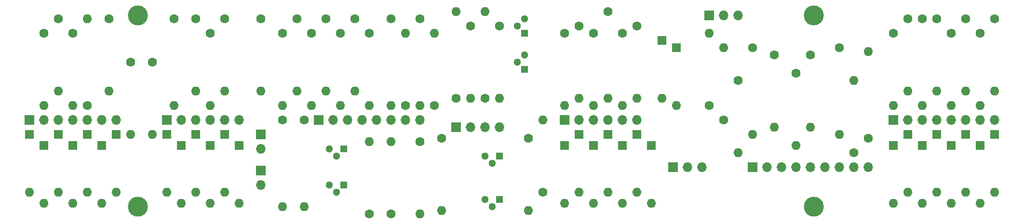
<source format=gbr>
%TF.GenerationSoftware,KiCad,Pcbnew,(5.1.8)-1*%
%TF.CreationDate,2020-12-25T14:24:53+01:00*%
%TF.ProjectId,5S14,35533134-2e6b-4696-9361-645f70636258,rev?*%
%TF.SameCoordinates,Original*%
%TF.FileFunction,Soldermask,Bot*%
%TF.FilePolarity,Negative*%
%FSLAX46Y46*%
G04 Gerber Fmt 4.6, Leading zero omitted, Abs format (unit mm)*
G04 Created by KiCad (PCBNEW (5.1.8)-1) date 2020-12-25 14:24:53*
%MOMM*%
%LPD*%
G01*
G04 APERTURE LIST*
%ADD10O,1.600000X1.600000*%
%ADD11C,1.600000*%
%ADD12R,1.300000X1.300000*%
%ADD13C,1.300000*%
%ADD14C,3.500000*%
%ADD15R,1.600000X1.600000*%
%ADD16O,1.700000X1.700000*%
%ADD17R,1.700000X1.700000*%
G04 APERTURE END LIST*
D10*
%TO.C,R859*%
X140970000Y-66675000D03*
D11*
X140970000Y-81915000D03*
%TD*%
D10*
%TO.C,R882*%
X200660000Y-90170000D03*
D11*
X200660000Y-77470000D03*
%TD*%
D10*
%TO.C,R822*%
X91440000Y-83185000D03*
D11*
X91440000Y-67945000D03*
%TD*%
D12*
%TO.C,Q6*%
X148590000Y-92075000D03*
D13*
X146050000Y-92075000D03*
X147320000Y-93345000D03*
%TD*%
D12*
%TO.C,Q5*%
X148590000Y-99695000D03*
D13*
X146050000Y-99695000D03*
X147320000Y-100965000D03*
%TD*%
D12*
%TO.C,Q4*%
X153035000Y-76835000D03*
D13*
X153035000Y-74295000D03*
X151765000Y-75565000D03*
%TD*%
D12*
%TO.C,Q3*%
X153035000Y-70485000D03*
D13*
X153035000Y-67945000D03*
X151765000Y-69215000D03*
%TD*%
D12*
%TO.C,Q2*%
X121285000Y-97155000D03*
D13*
X118745000Y-97155000D03*
X120015000Y-98425000D03*
%TD*%
D12*
%TO.C,Q1*%
X121285000Y-90805000D03*
D13*
X118745000Y-90805000D03*
X120015000Y-92075000D03*
%TD*%
D14*
%TO.C,H4*%
X85090000Y-67310000D03*
%TD*%
%TO.C,H3*%
X203835000Y-67310000D03*
%TD*%
%TO.C,H2*%
X203835000Y-100965000D03*
%TD*%
%TO.C,H1*%
X85090000Y-100965000D03*
%TD*%
D10*
%TO.C,R898*%
X235585000Y-80645000D03*
D11*
X235585000Y-67945000D03*
%TD*%
D10*
%TO.C,R897*%
X233045000Y-83185000D03*
D11*
X233045000Y-70485000D03*
%TD*%
D10*
%TO.C,R896*%
X230505000Y-80645000D03*
D11*
X230505000Y-67945000D03*
%TD*%
D10*
%TO.C,R895*%
X227965000Y-83185000D03*
D11*
X227965000Y-70485000D03*
%TD*%
D10*
%TO.C,R894*%
X225425000Y-80645000D03*
D11*
X225425000Y-67945000D03*
%TD*%
D10*
%TO.C,R893*%
X222885000Y-83185000D03*
D11*
X222885000Y-67945000D03*
%TD*%
D10*
%TO.C,R892*%
X220345000Y-80645000D03*
D11*
X220345000Y-67945000D03*
%TD*%
D10*
%TO.C,R891*%
X217805000Y-83185000D03*
D11*
X217805000Y-70485000D03*
%TD*%
D10*
%TO.C,R886*%
X213360000Y-73660000D03*
D11*
X213360000Y-88900000D03*
%TD*%
D10*
%TO.C,R885*%
X210820000Y-78740000D03*
D11*
X210820000Y-91440000D03*
%TD*%
D10*
%TO.C,R884*%
X208280000Y-88265000D03*
D11*
X208280000Y-73025000D03*
%TD*%
D10*
%TO.C,R883*%
X203200000Y-86995000D03*
D11*
X203200000Y-74295000D03*
%TD*%
D10*
%TO.C,R881*%
X196850000Y-86995000D03*
D11*
X196850000Y-74295000D03*
%TD*%
D10*
%TO.C,R880*%
X193040000Y-88265000D03*
D11*
X193040000Y-73025000D03*
%TD*%
D10*
%TO.C,R879*%
X187960000Y-73025000D03*
D11*
X187960000Y-85725000D03*
%TD*%
D10*
%TO.C,R878*%
X185420000Y-70485000D03*
D11*
X185420000Y-83185000D03*
%TD*%
D10*
%TO.C,R877*%
X190500000Y-91440000D03*
D11*
X190500000Y-78740000D03*
%TD*%
D10*
%TO.C,R876*%
X172720000Y-81915000D03*
D11*
X172720000Y-69215000D03*
%TD*%
D10*
%TO.C,R875*%
X170180000Y-83185000D03*
D11*
X170180000Y-70485000D03*
%TD*%
D10*
%TO.C,R874*%
X167640000Y-81915000D03*
D11*
X167640000Y-66675000D03*
%TD*%
D10*
%TO.C,R873*%
X165100000Y-83185000D03*
D11*
X165100000Y-70485000D03*
%TD*%
D10*
%TO.C,R872*%
X162560000Y-81915000D03*
D11*
X162560000Y-69215000D03*
%TD*%
D10*
%TO.C,R871*%
X160020000Y-83185000D03*
D11*
X160020000Y-70485000D03*
%TD*%
D10*
%TO.C,R864*%
X156210000Y-85725000D03*
D11*
X156210000Y-98425000D03*
%TD*%
D10*
%TO.C,R863*%
X153670000Y-101600000D03*
D11*
X153670000Y-88900000D03*
%TD*%
D10*
%TO.C,R862*%
X148590000Y-81915000D03*
D11*
X148590000Y-69215000D03*
%TD*%
D10*
%TO.C,R861*%
X146050000Y-66675000D03*
D11*
X146050000Y-81915000D03*
%TD*%
D10*
%TO.C,R860*%
X143510000Y-81915000D03*
D11*
X143510000Y-69215000D03*
%TD*%
D10*
%TO.C,R858*%
X137160000Y-70485000D03*
D11*
X137160000Y-83185000D03*
%TD*%
D10*
%TO.C,R857*%
X138430000Y-101600000D03*
D11*
X138430000Y-88900000D03*
%TD*%
D10*
%TO.C,R856*%
X134620000Y-83185000D03*
D11*
X134620000Y-67945000D03*
%TD*%
D10*
%TO.C,R855*%
X134620000Y-102235000D03*
D11*
X134620000Y-89535000D03*
%TD*%
D10*
%TO.C,R854*%
X132080000Y-70485000D03*
D11*
X132080000Y-83185000D03*
%TD*%
D10*
%TO.C,R853*%
X129540000Y-83185000D03*
D11*
X129540000Y-67945000D03*
%TD*%
D10*
%TO.C,R852*%
X129540000Y-89535000D03*
D11*
X129540000Y-102235000D03*
%TD*%
D10*
%TO.C,R851*%
X125730000Y-83185000D03*
D11*
X125730000Y-70485000D03*
%TD*%
D10*
%TO.C,R850*%
X125730000Y-89535000D03*
D11*
X125730000Y-102235000D03*
%TD*%
D10*
%TO.C,R849*%
X123190000Y-80645000D03*
D11*
X123190000Y-67945000D03*
%TD*%
D10*
%TO.C,R848*%
X120650000Y-83185000D03*
D11*
X120650000Y-70485000D03*
%TD*%
D10*
%TO.C,R847*%
X118110000Y-80645000D03*
D11*
X118110000Y-67945000D03*
%TD*%
D10*
%TO.C,R846*%
X115570000Y-83185000D03*
D11*
X115570000Y-70485000D03*
%TD*%
D10*
%TO.C,R845*%
X113030000Y-80645000D03*
D11*
X113030000Y-67945000D03*
%TD*%
D10*
%TO.C,R844*%
X110490000Y-83185000D03*
D11*
X110490000Y-70485000D03*
%TD*%
D10*
%TO.C,R843*%
X106680000Y-80645000D03*
D11*
X106680000Y-67945000D03*
%TD*%
D10*
%TO.C,R842*%
X114300000Y-100965000D03*
D11*
X114300000Y-85725000D03*
%TD*%
D10*
%TO.C,R841*%
X110490000Y-100965000D03*
D11*
X110490000Y-85725000D03*
%TD*%
D10*
%TO.C,R825*%
X100330000Y-80645000D03*
D11*
X100330000Y-67945000D03*
%TD*%
D10*
%TO.C,R824*%
X97790000Y-83185000D03*
D11*
X97790000Y-70485000D03*
%TD*%
D10*
%TO.C,R823*%
X95250000Y-80645000D03*
D11*
X95250000Y-67945000D03*
%TD*%
D10*
%TO.C,R821*%
X87630000Y-88265000D03*
D11*
X87630000Y-75565000D03*
%TD*%
D10*
%TO.C,R817*%
X83820000Y-88265000D03*
D11*
X83820000Y-75565000D03*
%TD*%
D10*
%TO.C,R816*%
X80010000Y-80645000D03*
D11*
X80010000Y-67945000D03*
%TD*%
D10*
%TO.C,R815*%
X76200000Y-67945000D03*
D11*
X76200000Y-83185000D03*
%TD*%
D10*
%TO.C,R814*%
X73660000Y-83185000D03*
D11*
X73660000Y-70485000D03*
%TD*%
D10*
%TO.C,R813*%
X71120000Y-80645000D03*
D11*
X71120000Y-67945000D03*
%TD*%
D10*
%TO.C,R812*%
X68580000Y-83185000D03*
D11*
X68580000Y-70485000D03*
%TD*%
D10*
%TO.C,D898*%
X235585000Y-98425000D03*
D15*
X235585000Y-88265000D03*
%TD*%
D10*
%TO.C,D897*%
X233045000Y-100330000D03*
D15*
X233045000Y-90170000D03*
%TD*%
D10*
%TO.C,D896*%
X230505000Y-98425000D03*
D15*
X230505000Y-88265000D03*
%TD*%
D10*
%TO.C,D895*%
X227965000Y-100330000D03*
D15*
X227965000Y-90170000D03*
%TD*%
D10*
%TO.C,D894*%
X225425000Y-98425000D03*
D15*
X225425000Y-88265000D03*
%TD*%
D10*
%TO.C,D893*%
X222885000Y-100330000D03*
D15*
X222885000Y-90170000D03*
%TD*%
D10*
%TO.C,D892*%
X220345000Y-98425000D03*
D15*
X220345000Y-88265000D03*
%TD*%
D10*
%TO.C,D891*%
X217805000Y-100330000D03*
D15*
X217805000Y-90170000D03*
%TD*%
D10*
%TO.C,D879*%
X179705000Y-83185000D03*
D15*
X179705000Y-73025000D03*
%TD*%
D10*
%TO.C,D878*%
X177165000Y-81915000D03*
D15*
X177165000Y-71755000D03*
%TD*%
D10*
%TO.C,D877*%
X175260000Y-100330000D03*
D15*
X175260000Y-90170000D03*
%TD*%
D10*
%TO.C,D876*%
X172720000Y-98425000D03*
D15*
X172720000Y-88265000D03*
%TD*%
D10*
%TO.C,D875*%
X170180000Y-100330000D03*
D15*
X170180000Y-90170000D03*
%TD*%
D10*
%TO.C,D874*%
X167640000Y-98425000D03*
D15*
X167640000Y-88265000D03*
%TD*%
D10*
%TO.C,D873*%
X165100000Y-100330000D03*
D15*
X165100000Y-90170000D03*
%TD*%
D10*
%TO.C,D872*%
X162560000Y-98425000D03*
D15*
X162560000Y-88265000D03*
%TD*%
D10*
%TO.C,D871*%
X160020000Y-100330000D03*
D15*
X160020000Y-90170000D03*
%TD*%
D10*
%TO.C,D826*%
X102870000Y-100330000D03*
D15*
X102870000Y-90170000D03*
%TD*%
D10*
%TO.C,D825*%
X100330000Y-98425000D03*
D15*
X100330000Y-88265000D03*
%TD*%
D10*
%TO.C,D824*%
X97790000Y-100330000D03*
D15*
X97790000Y-90170000D03*
%TD*%
D10*
%TO.C,D823*%
X95250000Y-98425000D03*
D15*
X95250000Y-88265000D03*
%TD*%
D10*
%TO.C,D822*%
X92710000Y-100330000D03*
D15*
X92710000Y-90170000D03*
%TD*%
D10*
%TO.C,D821*%
X90170000Y-98425000D03*
D15*
X90170000Y-88265000D03*
%TD*%
D10*
%TO.C,D817*%
X81280000Y-98425000D03*
D15*
X81280000Y-88265000D03*
%TD*%
D10*
%TO.C,D816*%
X78740000Y-100330000D03*
D15*
X78740000Y-90170000D03*
%TD*%
D10*
%TO.C,D815*%
X76200000Y-98425000D03*
D15*
X76200000Y-88265000D03*
%TD*%
D10*
%TO.C,D814*%
X73660000Y-100330000D03*
D15*
X73660000Y-90170000D03*
%TD*%
D10*
%TO.C,D813*%
X71120000Y-98425000D03*
D15*
X71120000Y-88265000D03*
%TD*%
D10*
%TO.C,D812*%
X68580000Y-100330000D03*
D15*
X68580000Y-90170000D03*
%TD*%
D10*
%TO.C,D811*%
X66040000Y-98425000D03*
D15*
X66040000Y-88265000D03*
%TD*%
D16*
%TO.C,J11*%
X235585000Y-85725000D03*
X233045000Y-85725000D03*
X230505000Y-85725000D03*
X227965000Y-85725000D03*
X225425000Y-85725000D03*
X222885000Y-85725000D03*
X220345000Y-85725000D03*
D17*
X217805000Y-85725000D03*
%TD*%
D16*
%TO.C,J10*%
X213360000Y-93980000D03*
X210820000Y-93980000D03*
X208280000Y-93980000D03*
X205740000Y-93980000D03*
X203200000Y-93980000D03*
X200660000Y-93980000D03*
X198120000Y-93980000D03*
X195580000Y-93980000D03*
D17*
X193040000Y-93980000D03*
%TD*%
D16*
%TO.C,J9*%
X190500000Y-67310000D03*
X187960000Y-67310000D03*
D17*
X185420000Y-67310000D03*
%TD*%
D16*
%TO.C,J8*%
X184150000Y-93980000D03*
X181610000Y-93980000D03*
D17*
X179070000Y-93980000D03*
%TD*%
D16*
%TO.C,J7*%
X172720000Y-85725000D03*
X170180000Y-85725000D03*
X167640000Y-85725000D03*
X165100000Y-85725000D03*
X162560000Y-85725000D03*
D17*
X160020000Y-85725000D03*
%TD*%
D16*
%TO.C,J6*%
X148590000Y-86995000D03*
X146050000Y-86995000D03*
X143510000Y-86995000D03*
D17*
X140970000Y-86995000D03*
%TD*%
D16*
%TO.C,J5*%
X134620000Y-85725000D03*
X132080000Y-85725000D03*
X129540000Y-85725000D03*
X127000000Y-85725000D03*
X124460000Y-85725000D03*
X121920000Y-85725000D03*
X119380000Y-85725000D03*
D17*
X116840000Y-85725000D03*
%TD*%
D16*
%TO.C,J4*%
X106680000Y-97155000D03*
D17*
X106680000Y-94615000D03*
%TD*%
D16*
%TO.C,J3*%
X106680000Y-90805000D03*
D17*
X106680000Y-88265000D03*
%TD*%
D16*
%TO.C,J2*%
X102870000Y-85725000D03*
X100330000Y-85725000D03*
X97790000Y-85725000D03*
X95250000Y-85725000D03*
X92710000Y-85725000D03*
D17*
X90170000Y-85725000D03*
%TD*%
D16*
%TO.C,J1*%
X81280000Y-85725000D03*
X78740000Y-85725000D03*
X76200000Y-85725000D03*
X73660000Y-85725000D03*
X71120000Y-85725000D03*
X68580000Y-85725000D03*
D17*
X66040000Y-85725000D03*
%TD*%
M02*

</source>
